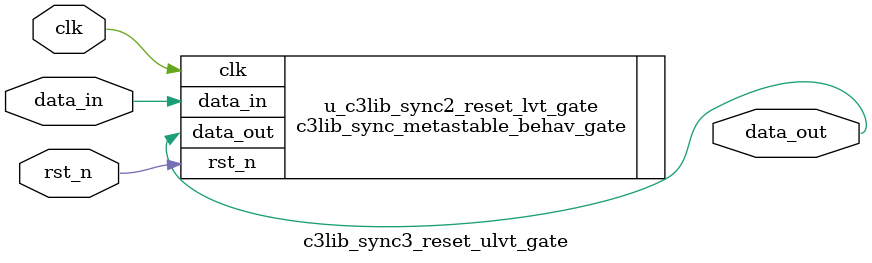
<source format=sv>

module  c3lib_sync3_reset_ulvt_gate( 

  clk, 
  rst_n, 
  data_in,
  data_out

  ); 

input	clk; 
input	rst_n; 
input	data_in;
output	data_out;

  c3lib_sync_metastable_behav_gate #(

    .RESET_VAL	( 0 ),
    .SYNC_STAGES( 3 )

  ) u_c3lib_sync2_reset_lvt_gate ( 

    .clk	( clk      ),
    .rst_n	( rst_n    ),
    .data_in	( data_in  ),
    .data_out	( data_out )

  );

endmodule 


</source>
